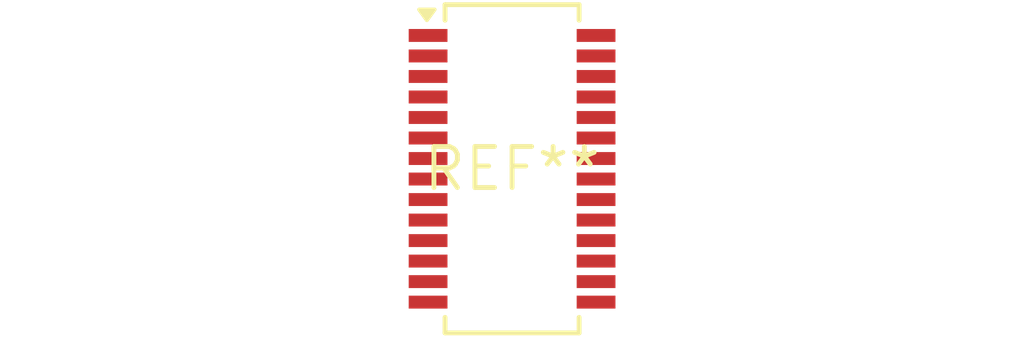
<source format=kicad_pcb>
(kicad_pcb (version 20240108) (generator pcbnew)
  (layers (0 "F.Cu" signal) (31 "B.Cu" signal) (34 "B.Paste" user) (35 "F.Paste" user) (36 "B.SilkS" user "B.Silkscreen") (37 "F.SilkS" user "F.Silkscreen") (38 "B.Mask" user) (39 "F.Mask" user) (44 "Edge.Cuts" user))
  (net 0 "")
  (footprint "SSOP-28_3.9x9.9mm_P0.635mm" (layer "F.Cu") (at 0 0)
    (property "Reference" "REF**")
    (property "Value" "SSOP-28_3.9x9.9mm_P0.635mm")
    (fp_line (start -2.075 -5.08) (end -2.075 -4.6) (layer "F.SilkS") (stroke (width 0.15)))
    (fp_line (start -2.075 -5.08) (end 2.075 -5.08) (layer "F.SilkS") (stroke (width 0.15)))
    (fp_line (start -2.075 5.08) (end -2.075 4.6) (layer "F.SilkS") (stroke (width 0.15)))
    (fp_line (start -2.075 5.08) (end 2.075 5.08) (layer "F.SilkS") (stroke (width 0.15)))
    (fp_line (start 2.075 -5.08) (end 2.075 -4.6) (layer "F.SilkS") (stroke (width 0.15)))
    (fp_line (start 2.075 5.08) (end 2.075 4.6) (layer "F.SilkS") (stroke (width 0.15)))
    (fp_poly (pts (xy -2.6375 -4.6) (xy -2.8775 -4.93) (xy -2.3975 -4.93) (xy -2.6375 -4.6)) (layer "F.SilkS") (stroke (width 0.12)) (fill solid))
    (pad "1" smd rect (at -2.6 -4.1275) (size 1.2 0.4) (layers "F.Cu" "F.Paste" "F.Mask"))
    (pad "2" smd rect (at -2.6 -3.4925) (size 1.2 0.4) (layers "F.Cu" "F.Paste" "F.Mask"))
    (pad "3" smd rect (at -2.6 -2.8575) (size 1.2 0.4) (layers "F.Cu" "F.Paste" "F.Mask"))
    (pad "4" smd rect (at -2.6 -2.2225) (size 1.2 0.4) (layers "F.Cu" "F.Paste" "F.Mask"))
    (pad "5" smd rect (at -2.6 -1.5875) (size 1.2 0.4) (layers "F.Cu" "F.Paste" "F.Mask"))
    (pad "6" smd rect (at -2.6 -0.9525) (size 1.2 0.4) (layers "F.Cu" "F.Paste" "F.Mask"))
    (pad "7" smd rect (at -2.6 -0.3175) (size 1.2 0.4) (layers "F.Cu" "F.Paste" "F.Mask"))
    (pad "8" smd rect (at -2.6 0.3175) (size 1.2 0.4) (layers "F.Cu" "F.Paste" "F.Mask"))
    (pad "9" smd rect (at -2.6 0.9525) (size 1.2 0.4) (layers "F.Cu" "F.Paste" "F.Mask"))
    (pad "10" smd rect (at -2.6 1.5875) (size 1.2 0.4) (layers "F.Cu" "F.Paste" "F.Mask"))
    (pad "11" smd rect (at -2.6 2.2225) (size 1.2 0.4) (layers "F.Cu" "F.Paste" "F.Mask"))
    (pad "12" smd rect (at -2.6 2.8575) (size 1.2 0.4) (layers "F.Cu" "F.Paste" "F.Mask"))
    (pad "13" smd rect (at -2.6 3.4925) (size 1.2 0.4) (layers "F.Cu" "F.Paste" "F.Mask"))
    (pad "14" smd rect (at -2.6 4.1275) (size 1.2 0.4) (layers "F.Cu" "F.Paste" "F.Mask"))
    (pad "15" smd rect (at 2.6 4.1275) (size 1.2 0.4) (layers "F.Cu" "F.Paste" "F.Mask"))
    (pad "16" smd rect (at 2.6 3.4925) (size 1.2 0.4) (layers "F.Cu" "F.Paste" "F.Mask"))
    (pad "17" smd rect (at 2.6 2.8575) (size 1.2 0.4) (layers "F.Cu" "F.Paste" "F.Mask"))
    (pad "18" smd rect (at 2.6 2.2225) (size 1.2 0.4) (layers "F.Cu" "F.Paste" "F.Mask"))
    (pad "19" smd rect (at 2.6 1.5875) (size 1.2 0.4) (layers "F.Cu" "F.Paste" "F.Mask"))
    (pad "20" smd rect (at 2.6 0.9525) (size 1.2 0.4) (layers "F.Cu" "F.Paste" "F.Mask"))
    (pad "21" smd rect (at 2.6 0.3175) (size 1.2 0.4) (layers "F.Cu" "F.Paste" "F.Mask"))
    (pad "22" smd rect (at 2.6 -0.3175) (size 1.2 0.4) (layers "F.Cu" "F.Paste" "F.Mask"))
    (pad "23" smd rect (at 2.6 -0.9525) (size 1.2 0.4) (layers "F.Cu" "F.Paste" "F.Mask"))
    (pad "24" smd rect (at 2.6 -1.5875) (size 1.2 0.4) (layers "F.Cu" "F.Paste" "F.Mask"))
    (pad "25" smd rect (at 2.6 -2.2225) (size 1.2 0.4) (layers "F.Cu" "F.Paste" "F.Mask"))
    (pad "26" smd rect (at 2.6 -2.8575) (size 1.2 0.4) (layers "F.Cu" "F.Paste" "F.Mask"))
    (pad "27" smd rect (at 2.6 -3.4925) (size 1.2 0.4) (layers "F.Cu" "F.Paste" "F.Mask"))
    (pad "28" smd rect (at 2.6 -4.1275) (size 1.2 0.4) (layers "F.Cu" "F.Paste" "F.Mask"))
  )
)
</source>
